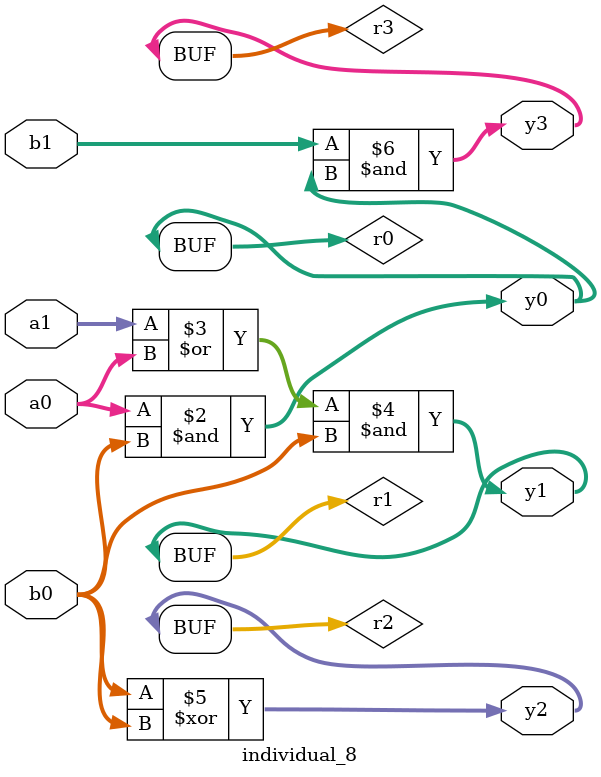
<source format=sv>
module individual_8(input logic [15:0] a1, input logic [15:0] a0, input logic [15:0] b1, input logic [15:0] b0, output logic [15:0] y3, output logic [15:0] y2, output logic [15:0] y1, output logic [15:0] y0);
logic [15:0] r0, r1, r2, r3; 
 always@(*) begin 
	 r0 = a0; r1 = a1; r2 = b0; r3 = b1; 
 	 r0  &=  b0 ;
 	 r1  |=  a0 ;
 	 r1  &=  b0 ;
 	 r2  ^=  b0 ;
 	 r3  &=  r0 ;
 	 y3 = r3; y2 = r2; y1 = r1; y0 = r0; 
end
endmodule
</source>
